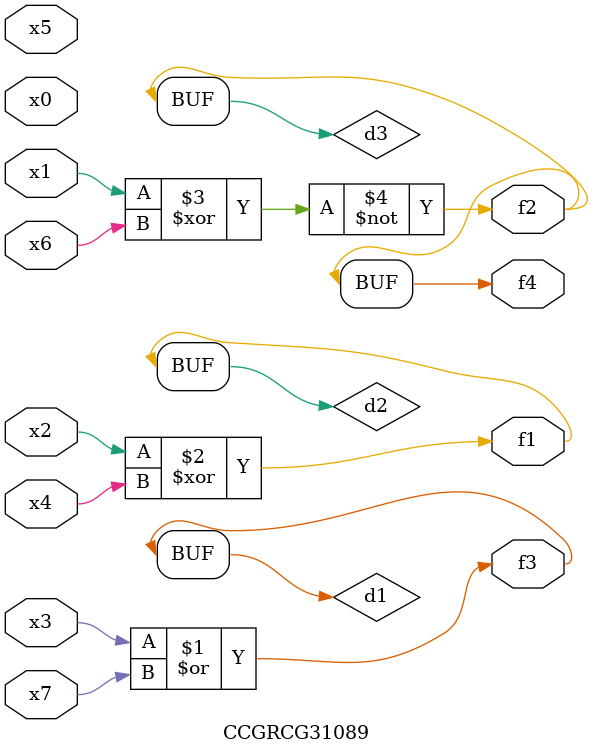
<source format=v>
module CCGRCG31089(
	input x0, x1, x2, x3, x4, x5, x6, x7,
	output f1, f2, f3, f4
);

	wire d1, d2, d3;

	or (d1, x3, x7);
	xor (d2, x2, x4);
	xnor (d3, x1, x6);
	assign f1 = d2;
	assign f2 = d3;
	assign f3 = d1;
	assign f4 = d3;
endmodule

</source>
